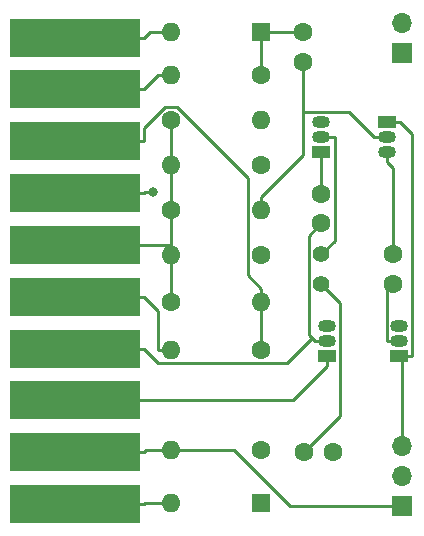
<source format=gbr>
G04 #@! TF.GenerationSoftware,KiCad,Pcbnew,(5.0.1)-3*
G04 #@! TF.CreationDate,2018-11-23T20:10:06-05:00*
G04 #@! TF.ProjectId,OdysseyDaughterCardSpotGenerator,4F647973736579446175676874657243,1.1*
G04 #@! TF.SameCoordinates,Original*
G04 #@! TF.FileFunction,Copper,L2,Bot,Signal*
G04 #@! TF.FilePolarity,Positive*
%FSLAX46Y46*%
G04 Gerber Fmt 4.6, Leading zero omitted, Abs format (unit mm)*
G04 Created by KiCad (PCBNEW (5.0.1)-3) date 11/23/2018 8:10:06 PM*
%MOMM*%
%LPD*%
G01*
G04 APERTURE LIST*
G04 #@! TA.AperFunction,SMDPad,CuDef*
%ADD10R,11.000000X3.250000*%
G04 #@! TD*
G04 #@! TA.AperFunction,ComponentPad*
%ADD11C,1.600000*%
G04 #@! TD*
G04 #@! TA.AperFunction,ComponentPad*
%ADD12C,1.400000*%
G04 #@! TD*
G04 #@! TA.AperFunction,ComponentPad*
%ADD13O,1.600000X1.600000*%
G04 #@! TD*
G04 #@! TA.AperFunction,ComponentPad*
%ADD14R,1.600000X1.600000*%
G04 #@! TD*
G04 #@! TA.AperFunction,ComponentPad*
%ADD15R,1.500000X1.050000*%
G04 #@! TD*
G04 #@! TA.AperFunction,ComponentPad*
%ADD16O,1.500000X1.050000*%
G04 #@! TD*
G04 #@! TA.AperFunction,ComponentPad*
%ADD17R,1.700000X1.700000*%
G04 #@! TD*
G04 #@! TA.AperFunction,ComponentPad*
%ADD18O,1.700000X1.700000*%
G04 #@! TD*
G04 #@! TA.AperFunction,ViaPad*
%ADD19C,0.800000*%
G04 #@! TD*
G04 #@! TA.AperFunction,Conductor*
%ADD20C,0.250000*%
G04 #@! TD*
G04 APERTURE END LIST*
D10*
G04 #@! TO.P,X1,10*
G04 #@! TO.N,/Card10*
X129000000Y-81250000D03*
G04 #@! TO.P,X1,9*
G04 #@! TO.N,/Card9*
X129000000Y-85638888D03*
G04 #@! TO.P,X1,8*
G04 #@! TO.N,/Card8*
X129000000Y-90027776D03*
G04 #@! TO.P,X1,7*
G04 #@! TO.N,/Card7*
X129000000Y-94416664D03*
G04 #@! TO.P,X1,6*
G04 #@! TO.N,/Card6*
X129000000Y-98805552D03*
G04 #@! TO.P,X1,5*
G04 #@! TO.N,/Card5*
X129000000Y-103194440D03*
G04 #@! TO.P,X1,4*
G04 #@! TO.N,/Card4*
X129000000Y-107583328D03*
G04 #@! TO.P,X1,3*
G04 #@! TO.N,GND*
X129000000Y-111972216D03*
G04 #@! TO.P,X1,2*
G04 #@! TO.N,/Card2*
X129000000Y-116361104D03*
G04 #@! TO.P,X1,1*
G04 #@! TO.N,/Card1*
X129000000Y-120749992D03*
G04 #@! TD*
D11*
G04 #@! TO.P,C1,1*
G04 #@! TO.N,Net-(C1-Pad1)*
X148336000Y-83312000D03*
G04 #@! TO.P,C1,2*
G04 #@! TO.N,Net-(C1-Pad2)*
X148336000Y-80812000D03*
G04 #@! TD*
G04 #@! TO.P,C2,2*
G04 #@! TO.N,Net-(C2-Pad2)*
X155956000Y-99608000D03*
G04 #@! TO.P,C2,1*
G04 #@! TO.N,/Card7*
X155956000Y-102108000D03*
G04 #@! TD*
D12*
G04 #@! TO.P,C3,1*
G04 #@! TO.N,Net-(C3-Pad1)*
X149860000Y-102108000D03*
G04 #@! TO.P,C3,2*
G04 #@! TO.N,Net-(C3-Pad2)*
X149860000Y-99608000D03*
G04 #@! TD*
D11*
G04 #@! TO.P,C4,1*
G04 #@! TO.N,Net-(C4-Pad1)*
X149860000Y-94488000D03*
G04 #@! TO.P,C4,2*
G04 #@! TO.N,/Card4*
X149860000Y-96988000D03*
G04 #@! TD*
G04 #@! TO.P,C5,2*
G04 #@! TO.N,Net-(C3-Pad1)*
X148376000Y-116332000D03*
G04 #@! TO.P,C5,1*
G04 #@! TO.N,/Card4*
X150876000Y-116332000D03*
G04 #@! TD*
D13*
G04 #@! TO.P,D1,2*
G04 #@! TO.N,/Card10*
X137160000Y-80772000D03*
D14*
G04 #@! TO.P,D1,1*
G04 #@! TO.N,Net-(C1-Pad2)*
X144780000Y-80772000D03*
G04 #@! TD*
G04 #@! TO.P,D2,1*
G04 #@! TO.N,Net-(C3-Pad1)*
X144780000Y-120650000D03*
D13*
G04 #@! TO.P,D2,2*
G04 #@! TO.N,/Card1*
X137160000Y-120650000D03*
G04 #@! TD*
D15*
G04 #@! TO.P,Q1,1*
G04 #@! TO.N,GND*
X155448000Y-88392000D03*
D16*
G04 #@! TO.P,Q1,3*
G04 #@! TO.N,Net-(C2-Pad2)*
X155448000Y-90932000D03*
G04 #@! TO.P,Q1,2*
G04 #@! TO.N,Net-(C1-Pad1)*
X155448000Y-89662000D03*
G04 #@! TD*
G04 #@! TO.P,Q2,2*
G04 #@! TO.N,/Card7*
X156464000Y-106934000D03*
G04 #@! TO.P,Q2,3*
G04 #@! TO.N,/Card5*
X156464000Y-105664000D03*
D15*
G04 #@! TO.P,Q2,1*
G04 #@! TO.N,GND*
X156464000Y-108204000D03*
G04 #@! TD*
D16*
G04 #@! TO.P,Q3,2*
G04 #@! TO.N,Net-(C3-Pad2)*
X149860000Y-89662000D03*
G04 #@! TO.P,Q3,3*
G04 #@! TO.N,GND*
X149860000Y-88392000D03*
D15*
G04 #@! TO.P,Q3,1*
G04 #@! TO.N,Net-(C4-Pad1)*
X149860000Y-90932000D03*
G04 #@! TD*
G04 #@! TO.P,Q4,1*
G04 #@! TO.N,GND*
X150368000Y-108204000D03*
D16*
G04 #@! TO.P,Q4,3*
G04 #@! TO.N,/Card5*
X150368000Y-105664000D03*
G04 #@! TO.P,Q4,2*
G04 #@! TO.N,/Card4*
X150368000Y-106934000D03*
G04 #@! TD*
D11*
G04 #@! TO.P,R1,1*
G04 #@! TO.N,Net-(C1-Pad2)*
X144780000Y-84455000D03*
D13*
G04 #@! TO.P,R1,2*
G04 #@! TO.N,/Card9*
X137160000Y-84455000D03*
G04 #@! TD*
G04 #@! TO.P,R2,2*
G04 #@! TO.N,Net-(C1-Pad1)*
X144780000Y-95885000D03*
D11*
G04 #@! TO.P,R2,1*
G04 #@! TO.N,/Card6*
X137160000Y-95885000D03*
G04 #@! TD*
D13*
G04 #@! TO.P,R3,2*
G04 #@! TO.N,Net-(C2-Pad2)*
X144780000Y-88265000D03*
D11*
G04 #@! TO.P,R3,1*
G04 #@! TO.N,/Card6*
X137160000Y-88265000D03*
G04 #@! TD*
G04 #@! TO.P,R4,1*
G04 #@! TO.N,/Card6*
X137160000Y-103632000D03*
D13*
G04 #@! TO.P,R4,2*
G04 #@! TO.N,/Card8*
X144780000Y-103632000D03*
G04 #@! TD*
G04 #@! TO.P,R5,2*
G04 #@! TO.N,/Card5*
X137160000Y-107696000D03*
D11*
G04 #@! TO.P,R5,1*
G04 #@! TO.N,/Card8*
X144780000Y-107696000D03*
G04 #@! TD*
G04 #@! TO.P,R6,1*
G04 #@! TO.N,Net-(C3-Pad2)*
X144780000Y-99695000D03*
D13*
G04 #@! TO.P,R6,2*
G04 #@! TO.N,/Card6*
X137160000Y-99695000D03*
G04 #@! TD*
D11*
G04 #@! TO.P,R7,1*
G04 #@! TO.N,Net-(C4-Pad1)*
X144780000Y-92075000D03*
D13*
G04 #@! TO.P,R7,2*
G04 #@! TO.N,/Card6*
X137160000Y-92075000D03*
G04 #@! TD*
G04 #@! TO.P,R8,2*
G04 #@! TO.N,/Card2*
X137160000Y-116205000D03*
D11*
G04 #@! TO.P,R8,1*
G04 #@! TO.N,Net-(C3-Pad1)*
X144780000Y-116205000D03*
G04 #@! TD*
D17*
G04 #@! TO.P,J1,1*
G04 #@! TO.N,/Card2*
X156718000Y-120904000D03*
D18*
G04 #@! TO.P,J1,2*
G04 #@! TO.N,/Card9*
X156718000Y-118364000D03*
G04 #@! TO.P,J1,3*
G04 #@! TO.N,GND*
X156718000Y-115824000D03*
G04 #@! TD*
D17*
G04 #@! TO.P,J2,1*
G04 #@! TO.N,/Card10*
X156718000Y-82550000D03*
D18*
G04 #@! TO.P,J2,2*
G04 #@! TO.N,/Card1*
X156718000Y-80010000D03*
G04 #@! TD*
D19*
G04 #@! TO.N,/Card7*
X135605800Y-94318300D03*
G04 #@! TD*
D20*
G04 #@! TO.N,Net-(C1-Pad1)*
X144780000Y-95885000D02*
X144780000Y-94759700D01*
X152211600Y-87530100D02*
X148336000Y-87530100D01*
X154343500Y-89662000D02*
X152211600Y-87530100D01*
X155448000Y-89662000D02*
X154343500Y-89662000D01*
X148336000Y-91203700D02*
X148336000Y-87530100D01*
X144780000Y-94759700D02*
X148336000Y-91203700D01*
X148336000Y-87530100D02*
X148336000Y-83312000D01*
G04 #@! TO.N,Net-(C1-Pad2)*
X144780000Y-80812000D02*
X148336000Y-80812000D01*
X144780000Y-84455000D02*
X144780000Y-80812000D01*
X144780000Y-80812000D02*
X144780000Y-80772000D01*
G04 #@! TO.N,Net-(C2-Pad2)*
X155956000Y-92290300D02*
X155956000Y-99608000D01*
X155448000Y-91782300D02*
X155956000Y-92290300D01*
X155448000Y-90932000D02*
X155448000Y-91782300D01*
G04 #@! TO.N,/Card7*
X156464000Y-106934000D02*
X155388700Y-106934000D01*
X155388700Y-102675300D02*
X155956000Y-102108000D01*
X155388700Y-106934000D02*
X155388700Y-102675300D01*
X134923700Y-94318300D02*
X134825300Y-94416700D01*
X135605800Y-94318300D02*
X134923700Y-94318300D01*
X129000000Y-94416700D02*
X134825300Y-94416700D01*
G04 #@! TO.N,Net-(C3-Pad1)*
X151443400Y-113264600D02*
X148376000Y-116332000D01*
X151443400Y-103691400D02*
X151443400Y-113264600D01*
X149860000Y-102108000D02*
X151443400Y-103691400D01*
G04 #@! TO.N,Net-(C3-Pad2)*
X150989300Y-98478700D02*
X149860000Y-99608000D01*
X150989300Y-89716000D02*
X150989300Y-98478700D01*
X150935300Y-89662000D02*
X150989300Y-89716000D01*
X149860000Y-89662000D02*
X150935300Y-89662000D01*
G04 #@! TO.N,Net-(C4-Pad1)*
X149860000Y-90932000D02*
X149860000Y-94488000D01*
G04 #@! TO.N,/Card4*
X150368000Y-106934000D02*
X149292700Y-106934000D01*
X149292700Y-106934000D02*
X149062500Y-106703700D01*
X136063400Y-108821400D02*
X134825300Y-107583300D01*
X146944800Y-108821400D02*
X136063400Y-108821400D01*
X149062500Y-106703700D02*
X146944800Y-108821400D01*
X129000000Y-107583300D02*
X134825300Y-107583300D01*
X148832200Y-98015800D02*
X149860000Y-96988000D01*
X148832200Y-106473400D02*
X148832200Y-98015800D01*
X149062500Y-106703700D02*
X148832200Y-106473400D01*
G04 #@! TO.N,/Card10*
X135303300Y-80772000D02*
X134825300Y-81250000D01*
X137160000Y-80772000D02*
X135303300Y-80772000D01*
X129000000Y-81250000D02*
X134825300Y-81250000D01*
G04 #@! TO.N,/Card1*
X134925300Y-120650000D02*
X134825300Y-120750000D01*
X137160000Y-120650000D02*
X134925300Y-120650000D01*
X129000000Y-120750000D02*
X134825300Y-120750000D01*
G04 #@! TO.N,GND*
X157539300Y-89408000D02*
X156523300Y-88392000D01*
X157539300Y-108204000D02*
X157539300Y-89408000D01*
X156464000Y-108204000D02*
X157539300Y-108204000D01*
X155448000Y-88392000D02*
X156523300Y-88392000D01*
X147450100Y-111972200D02*
X129000000Y-111972200D01*
X150368000Y-109054300D02*
X147450100Y-111972200D01*
X150368000Y-108204000D02*
X150368000Y-109054300D01*
X156718000Y-108458000D02*
X156464000Y-108204000D01*
X156718000Y-115824000D02*
X156718000Y-108458000D01*
G04 #@! TO.N,/Card5*
X136034700Y-104403800D02*
X134825300Y-103194400D01*
X136034700Y-107696000D02*
X136034700Y-104403800D01*
X137160000Y-107696000D02*
X136034700Y-107696000D01*
X129000000Y-103194400D02*
X134825300Y-103194400D01*
G04 #@! TO.N,/Card9*
X136009200Y-84455000D02*
X134825300Y-85638900D01*
X137160000Y-84455000D02*
X136009200Y-84455000D01*
X129000000Y-85638900D02*
X134825300Y-85638900D01*
G04 #@! TO.N,/Card6*
X137160000Y-88265000D02*
X137160000Y-92075000D01*
X137160000Y-92075000D02*
X137160000Y-95885000D01*
X137160000Y-99695000D02*
X137160000Y-103632000D01*
X129000000Y-98805500D02*
X134825300Y-98805500D01*
X137160000Y-98805500D02*
X134825300Y-98805500D01*
X137160000Y-95885000D02*
X137160000Y-98805500D01*
X137160000Y-98805500D02*
X137160000Y-99695000D01*
G04 #@! TO.N,/Card8*
X144780000Y-107696000D02*
X144780000Y-103632000D01*
X143654700Y-101381400D02*
X144780000Y-102506700D01*
X143654700Y-93164500D02*
X143654700Y-101381400D01*
X137605500Y-87115300D02*
X143654700Y-93164500D01*
X136645700Y-87115300D02*
X137605500Y-87115300D01*
X134825300Y-88935700D02*
X136645700Y-87115300D01*
X134825300Y-90027800D02*
X134825300Y-88935700D01*
X129000000Y-90027800D02*
X134825300Y-90027800D01*
X144780000Y-103632000D02*
X144780000Y-102506700D01*
G04 #@! TO.N,/Card2*
X134981400Y-116205000D02*
X134825300Y-116361100D01*
X137160000Y-116205000D02*
X134981400Y-116205000D01*
X129000000Y-116361100D02*
X134825300Y-116361100D01*
X155618000Y-120904000D02*
X156718000Y-120904000D01*
X147175001Y-120904000D02*
X155618000Y-120904000D01*
X142476001Y-116205000D02*
X147175001Y-120904000D01*
X137160000Y-116205000D02*
X142476001Y-116205000D01*
G04 #@! TD*
M02*

</source>
